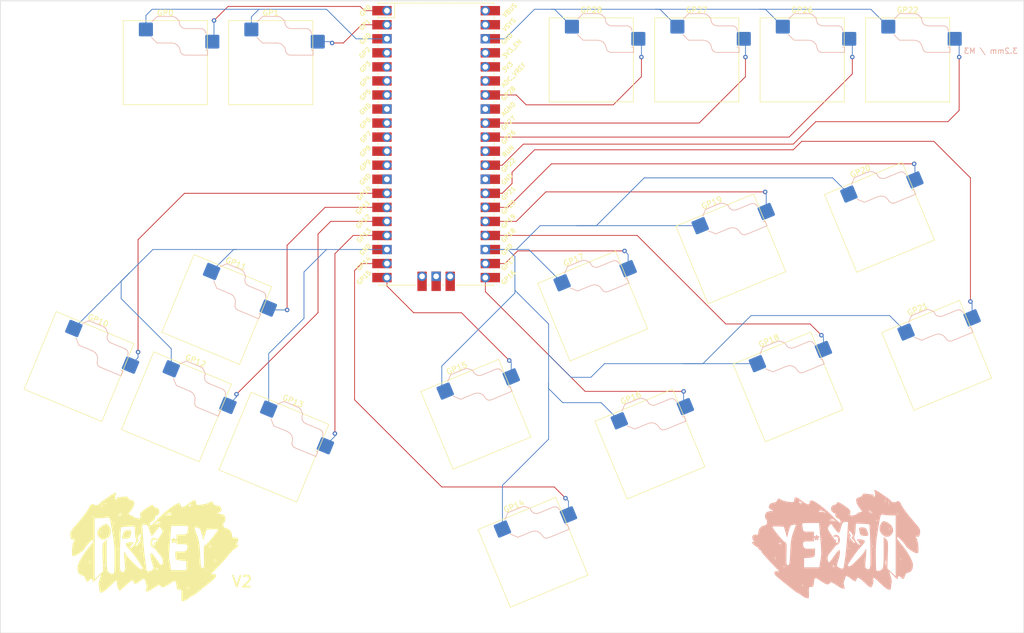
<source format=kicad_pcb>
(kicad_pcb (version 20221018) (generator pcbnew)
  (layers (0 "F.Cu" signal) (31 "B.Cu" signal) (34 "B.Paste" user) (35 "F.Paste" user) (36 "B.SilkS" user "B.Silkscreen") (37 "F.SilkS" user "F.Silkscreen") (38 "B.Mask" user) (39 "F.Mask" user) (44 "Edge.Cuts" user))
  (net 0 "")
  (footprint "PCM_Switch_Keyboard_Hotswap_Kailh:SW_Hotswap_Kailh_Choc_V1V2_1.00u" (layer "F.Cu") (at 112.864 37.592)
    (fp_text reference "GP1")
    (fp_text value "SW_Hotswap_Kailh_Choc_V1V2_1.00u" hide)
  )
  (footprint "PCM_Switch_Keyboard_Hotswap_Kailh:SW_Hotswap_Kailh_Choc_V1V2_1.00u" (layer "F.Cu") (at 113.432449 107.113265 -22.5)
    (fp_text reference "GP13")
    (fp_text value "SW_Hotswap_Kailh_Choc_V1V2_1.00u" hide)
  )
  (footprint "PCM_Switch_Keyboard_Hotswap_Kailh:SW_Hotswap_Kailh_Choc_V1V2_1.00u" (layer "F.Cu") (at 149.917386 101.168767 22.5)
    (fp_text reference "GP15")
    (fp_text value "SW_Hotswap_Kailh_Choc_V1V2_1.00u" hide)
  )
  (footprint "PCM_Switch_Keyboard_Hotswap_Kailh:SW_Hotswap_Kailh_Choc_V1V2_1.00u" (layer "F.Cu") (at 206.312499 96.209814 22.5)
    (fp_text reference "GP18")
    (fp_text value "SW_Hotswap_Kailh_Choc_V1V2_1.00u" hide)
  )
  (footprint "PCM_Switch_Keyboard_Hotswap_Kailh:SW_Hotswap_Kailh_Choc_V1V2_1.00u" (layer "F.Cu") (at 170.776 37.084)
    (fp_text reference "GP28")
    (fp_text value "SW_Hotswap_Kailh_Choc_V1V2_1.00u" hide)
  )
  (footprint "PCM_Switch_Keyboard_Hotswap_Kailh:SW_Hotswap_Kailh_Choc_V1V2_1.00u" (layer "F.Cu") (at 227.926 37.084)
    (fp_text reference "GP22")
    (fp_text value "SW_Hotswap_Kailh_Choc_V1V2_1.00u" hide)
  )
  (footprint "MountingHole:MountingHole_3.2mm_M3" (layer "F.Cu") (at 68.58 134.62)
    (fp_text reference "REF**" hide)
    (fp_text value "MountingHole_3.2mm_M3" hide)
  )
  (footprint "LOGO" (layer "F.Cu") (at 93.472 124.46)
    (fp_text reference "G***")
    (fp_text value "LOGO" hide)
  )
  (footprint "PCM_Switch_Keyboard_Hotswap_Kailh:SW_Hotswap_Kailh_Choc_V1V2_1.00u" (layer "F.Cu") (at 171.035299 81.597519 22.5)
    (fp_text reference "GP17")
    (fp_text value "SW_Hotswap_Kailh_Choc_V1V2_1.00u" hide)
  )
  (footprint "MountingHole:MountingHole_3.2mm_M3" (layer "F.Cu") (at 244.348 30.48)
    (fp_text reference "REF**" hide)
    (fp_text value "MountingHole_3.2mm_M3" hide)
  )
  (footprint "MountingHole:MountingHole_3.2mm_M3" (layer "F.Cu") (at 244.348 134.62)
    (fp_text reference "REF**" hide)
    (fp_text value "MountingHole_3.2mm_M3" hide)
  )
  (footprint "PCM_Switch_Keyboard_Hotswap_Kailh:SW_Hotswap_Kailh_Choc_V1V2_1.00u" (layer "F.Cu") (at 95.832544 99.823145 -22.5)
    (fp_text reference "GP12")
    (fp_text value "SW_Hotswap_Kailh_Choc_V1V2_1.00u" hide)
  )
  (footprint "PCM_Switch_Keyboard_Hotswap_Kailh:SW_Hotswap_Kailh_Choc_V1V2_1.00u" (layer "F.Cu") (at 189.826 37.084)
    (fp_text reference "GP27")
    (fp_text value "SW_Hotswap_Kailh_Choc_V1V2_1.00u" hide)
  )
  (footprint "PCM_Switch_Keyboard_Hotswap_Kailh:SW_Hotswap_Kailh_Choc_V1V2_1.00u" (layer "F.Cu") (at 233.170663 90.496759 22.5)
    (fp_text reference "GP21")
    (fp_text value "SW_Hotswap_Kailh_Choc_V1V2_1.00u" hide)
  )
  (footprint "PCM_Switch_Keyboard_Hotswap_Kailh:SW_Hotswap_Kailh_Choc_V1V2_1.00u" (layer "F.Cu") (at 78.232639 92.533026 -22.5)
    (fp_text reference "GP10")
    (fp_text value "SW_Hotswap_Kailh_Choc_V1V2_1.00u" hide)
  )
  (footprint "PCM_Switch_Keyboard_Hotswap_Kailh:SW_Hotswap_Kailh_Choc_V1V2_1.00u" (layer "F.Cu") (at 208.876 37.084)
    (fp_text reference "GP26")
    (fp_text value "SW_Hotswap_Kailh_Choc_V1V2_1.00u" hide)
  )
  (footprint "PCM_Switch_Keyboard_Hotswap_Kailh:SW_Hotswap_Kailh_Choc_V1V2_1.00u" (layer "F.Cu") (at 103.122663 82.223241 -22.5)
    (fp_text reference "GP11")
    (fp_text value "SW_Hotswap_Kailh_Choc_V1V2_1.00u" hide)
  )
  (footprint "MountingHole:MountingHole_3.2mm_M3" (layer "F.Cu") (at 68.58 30.48)
    (fp_text reference "REF**" hide)
    (fp_text value "MountingHole_3.2mm_M3" hide)
  )
  (footprint "PCM_Switch_Keyboard_Hotswap_Kailh:SW_Hotswap_Kailh_Choc_V1V2_1.00u" (layer "F.Cu") (at 181.367751 106.542267 22.5)
    (fp_text reference "GP16")
    (fp_text value "SW_Hotswap_Kailh_Choc_V1V2_1.00u" hide)
  )
  (footprint "MCU_RaspberryPi_and_Boards:RPi_Pico_SMD_TH" (layer "F.Cu") (at 142.748 52.324)
    (fp_text reference "REF**" hide)
    (fp_text value "RPi_Pico_SMD_TH" hide)
  )
  (footprint "PCM_Switch_Keyboard_Hotswap_Kailh:SW_Hotswap_Kailh_Choc_V1V2_1.00u" (layer "F.Cu") (at 93.814 37.592)
    (fp_text reference "GP0")
    (fp_text value "SW_Hotswap_Kailh_Choc_V1V2_1.00u" hide)
  )
  (footprint "PCM_Switch_Keyboard_Hotswap_Kailh:SW_Hotswap_Kailh_Choc_V1V2_1.00u" (layer "F.Cu") (at 160.249838 126.113515 22.5)
    (fp_text reference "GP14")
    (fp_text value "SW_Hotswap_Kailh_Choc_V1V2_1.00u" hide)
  )
  (footprint "PCM_Switch_Keyboard_Hotswap_Kailh:SW_Hotswap_Kailh_Choc_V1V2_1.00u" (layer "F.Cu") (at 222.83821 65.552011 22.5)
    (fp_text reference "GP20")
    (fp_text value "SW_Hotswap_Kailh_Choc_V1V2_1.00u" hide)
  )
  (footprint "PCM_Switch_Keyboard_Hotswap_Kailh:SW_Hotswap_Kailh_Choc_V1V2_1.00u" (layer "F.Cu") (at 195.980046 71.265066 22.5)
    (fp_text reference "GP19")
    (fp_text value "SW_Hotswap_Kailh_Choc_V1V2_1.00u" hide)
  )
  (footprint "LOGO" (layer "B.Cu") (at 213.36 123.952 180)
    (fp_text reference "G***")
    (fp_text value "LOGO" hide)
  )
  (gr_rect (start 64.008 26.416) (end 248.92 140.716) (stroke (width 0.1)) (fill none) (layer "Edge.Cuts"))
  (gr_text "3.2mm / M3" (at 247.904 36.068) (layer "B.SilkS") (effects (font (size 1 1)) (justify left bottom mirror)))
  (gr_text "V2" (at 105.664 132.588) (layer "F.SilkS") (effects (font (size 2 2) (thickness 0.3)) (justify left bottom)))
  (segment (start 124.46 104.648) (end 124.46 72.136) (width 0.14) (layer "F.Cu") (net 0))
  (segment (start 129.032 27.432) (end 129.794 28.194) (width 0.14) (layer "F.Cu") (net 0))
  (segment (start 237.236 46.228) (end 237.236 36.576) (width 0.14) (layer "F.Cu") (net 0))
  (segment (start 207.264 53.34) (end 160.528 53.34) (width 0.14) (layer "F.Cu") (net 0))
  (segment (start 102.616 29.972) (end 105.156 27.432) (width 0.14) (layer "F.Cu") (net 0))
  (segment (start 128.016 98.552) (end 128.016 75.184) (width 0.14) (layer "F.Cu") (net 0))
  (segment (start 121.412 82.804) (end 121.412 68.58) (width 0.14) (layer "F.Cu") (net 0))
  (segment (start 115.824 82.296) (end 115.824 70.612) (width 0.14) (layer "F.Cu") (net 0))
  (segment (start 157.48 71.628) (end 155.194 73.914) (width 0.14) (layer "F.Cu") (net 0))
  (segment (start 105.156 27.432) (end 129.032 27.432) (width 0.14) (layer "F.Cu") (net 0))
  (segment (start 97.282 61.214) (end 133.858 61.214) (width 0.14) (layer "F.Cu") (net 0))
  (segment (start 155.956 91.44) (end 147.32 82.804) (width 0.14) (layer "F.Cu") (net 0))
  (segment (start 138.684 82.804) (end 133.858 77.978) (width 0.14) (layer "F.Cu") (net 0))
  (segment (start 207.264 52.324) (end 211.328 48.26) (width 0.14) (layer "F.Cu") (net 0))
  (segment (start 157.226 43.434) (end 151.638 43.434) (width 0.14) (layer "F.Cu") (net 0))
  (segment (start 121.412 68.58) (end 123.698 66.294) (width 0.14) (layer "F.Cu") (net 0))
  (segment (start 160.528 53.34) (end 156.464 57.404) (width 0.14) (layer "F.Cu") (net 0))
  (segment (start 155.702 63.754) (end 151.638 63.754) (width 0.14) (layer "F.Cu") (net 0))
  (segment (start 143.764 114.3) (end 128.016 98.552) (width 0.14) (layer "F.Cu") (net 0))
  (segment (start 88.9 89.916) (end 88.9 69.596) (width 0.14) (layer "F.Cu") (net 0))
  (segment (start 179.07 68.834) (end 195.072 84.836) (width 0.14) (layer "F.Cu") (net 0))
  (segment (start 106.68 97.536) (end 121.412 82.804) (width 0.14) (layer "F.Cu") (net 0))
  (segment (start 187.452 97.028) (end 169.672 97.028) (width 0.14) (layer "F.Cu") (net 0))
  (segment (start 157.226 66.294) (end 151.638 66.294) (width 0.14) (layer "F.Cu") (net 0))
  (segment (start 122.682 63.754) (end 133.858 63.754) (width 0.14) (layer "F.Cu") (net 0))
  (segment (start 163.576 55.88) (end 155.702 63.754) (width 0.14) (layer "F.Cu") (net 0))
  (segment (start 176.784 71.628) (end 157.48 71.628) (width 0.14) (layer "F.Cu") (net 0))
  (segment (start 232.664 51.816) (end 208.788 51.816) (width 0.14) (layer "F.Cu") (net 0))
  (segment (start 129.286 30.734) (end 133.858 30.734) (width 0.14) (layer "F.Cu") (net 0))
  (segment (start 151.638 51.054) (end 206.502 51.054) (width 0.14) (layer "F.Cu") (net 0))
  (segment (start 217.932 39.624) (end 217.932 36.576) (width 0.14) (layer "F.Cu") (net 0))
  (segment (start 202.184 60.96) (end 162.56 60.96) (width 0.14) (layer "F.Cu") (net 0))
  (segment (start 127.762 68.834) (end 133.858 68.834) (width 0.14) (layer "F.Cu") (net 0))
  (segment (start 166.116 116.332) (end 164.084 114.3) (width 0.14) (layer "F.Cu") (net 0))
  (segment (start 151.638 48.514) (end 190.246 48.514) (width 0.14) (layer "F.Cu") (net 0))
  (segment (start 124.46 72.136) (end 127.762 68.834) (width 0.14) (layer "F.Cu") (net 0))
  (segment (start 229.108 55.88) (end 163.576 55.88) (width 0.14) (layer "F.Cu") (net 0))
  (segment (start 239.268 80.772) (end 239.268 58.42) (width 0.14) (layer "F.Cu") (net 0))
  (segment (start 190.246 48.514) (end 198.628 40.132) (width 0.14) (layer "F.Cu") (net 0))
  (segment (start 210.312 84.836) (end 212.344 86.868) (width 0.14) (layer "F.Cu") (net 0))
  (segment (start 125.984 34.036) (end 129.286 30.734) (width 0.14) (layer "F.Cu") (net 0))
  (segment (start 179.832 36.576) (end 179.832 40.132) (width 0.14) (layer "F.Cu") (net 0))
  (segment (start 133.858 77.978) (end 133.858 76.454) (width 0.14) (layer "F.Cu") (net 0))
  (segment (start 158.496 52.324) (end 207.264 52.324) (width 0.14) (layer "F.Cu") (net 0))
  (segment (start 155.194 73.914) (end 151.638 73.914) (width 0.14) (layer "F.Cu") (net 0))
  (segment (start 151.638 78.994) (end 151.638 76.454) (width 0.14) (layer "F.Cu") (net 0))
  (segment (start 195.072 84.836) (end 210.312 84.836) (width 0.14) (layer "F.Cu") (net 0))
  (segment (start 179.832 40.132) (end 174.752 45.212) (width 0.14) (layer "F.Cu") (net 0))
  (segment (start 151.638 56.134) (end 154.686 56.134) (width 0.14) (layer "F.Cu") (net 0))
  (segment (start 174.752 45.212) (end 159.004 45.212) (width 0.14) (layer "F.Cu") (net 0))
  (segment (start 156.464 57.404) (end 156.464 59.436) (width 0.14) (layer "F.Cu") (net 0))
  (segment (start 115.824 70.612) (end 122.682 63.754) (width 0.14) (layer "F.Cu") (net 0))
  (segment (start 154.686 56.134) (end 158.496 52.324) (width 0.14) (layer "F.Cu") (net 0))
  (segment (start 128.016 75.184) (end 129.286 73.914) (width 0.14) (layer "F.Cu") (net 0))
  (segment (start 156.464 59.436) (end 154.686 61.214) (width 0.14) (layer "F.Cu") (net 0))
  (segment (start 147.32 82.804) (end 138.684 82.804) (width 0.14) (layer "F.Cu") (net 0))
  (segment (start 162.56 60.96) (end 157.226 66.294) (width 0.14) (layer "F.Cu") (net 0))
  (segment (start 88.9 69.596) (end 97.282 61.214) (width 0.14) (layer "F.Cu") (net 0))
  (segment (start 211.328 48.26) (end 235.204 48.26) (width 0.14) (layer "F.Cu") (net 0))
  (segment (start 198.628 40.132) (end 198.628 36.576) (width 0.14) (layer "F.Cu") (net 0))
  (segment (start 239.268 58.42) (end 232.664 51.816) (width 0.14) (layer "F.Cu") (net 0))
  (segment (start 129.286 73.914) (end 133.858 73.914) (width 0.14) (layer "F.Cu") (net 0))
  (segment (start 208.788 51.816) (end 207.264 53.34) (width 0.14) (layer "F.Cu") (net 0))
  (segment (start 151.638 68.834) (end 179.07 68.834) (width 0.14) (layer "F.Cu") (net 0))
  (segment (start 235.204 48.26) (end 237.236 46.228) (width 0.14) (layer "F.Cu") (net 0))
  (segment (start 164.084 114.3) (end 143.764 114.3) (width 0.14) (layer "F.Cu") (net 0))
  (segment (start 123.952 34.036) (end 125.984 34.036) (width 0.14) (layer "F.Cu") (net 0))
  (segment (start 123.698 66.294) (end 133.858 66.294) (width 0.14) (layer "F.Cu") (net 0))
  (segment (start 129.794 28.194) (end 133.858 28.194) (width 0.14) (layer "F.Cu") (net 0))
  (segment (start 159.004 45.212) (end 157.226 43.434) (width 0.14) (layer "F.Cu") (net 0))
  (segment (start 206.502 51.054) (end 217.932 39.624) (width 0.14) (layer "F.Cu") (net 0))
  (segment (start 154.686 61.214) (end 151.638 61.214) (width 0.14) (layer "F.Cu") (net 0))
  (segment (start 169.672 97.028) (end 151.638 78.994) (width 0.14) (layer "F.Cu") (net 0))
  (via (at 237.236 36.576) (size 0.8) (drill 0.4) (layers "F.Cu" "B.Cu") (net 0))
  (via (at 212.344 86.868) (size 0.8) (drill 0.4) (layers "F.Cu" "B.Cu") (net 0))
  (via (at 198.628 36.576) (size 0.8) (drill 0.4) (layers "F.Cu" "B.Cu") (net 0))
  (via (at 88.9 89.916) (size 0.8) (drill 0.4) (layers "F.Cu" "B.Cu") (net 0))
  (via (at 155.956 91.44) (size 0.8) (drill 0.4) (layers "F.Cu" "B.Cu") (net 0))
  (via (at 124.46 104.648) (size 0.8) (drill 0.4) (layers "F.Cu" "B.Cu") (net 0))
  (via (at 187.452 97.028) (size 0.8) (drill 0.4) (layers "F.Cu" "B.Cu") (net 0))
  (via (at 176.784 71.628) (size 0.8) (drill 0.4) (layers "F.Cu" "B.Cu") (net 0))
  (via (at 179.832 36.576) (size 0.8) (drill 0.4) (layers "F.Cu" "B.Cu") (net 0))
  (via (at 229.108 55.88) (size 0.8) (drill 0.4) (layers "F.Cu" "B.Cu") (net 0))
  (via (at 166.116 116.332) (size 0.8) (drill 0.4) (layers "F.Cu" "B.Cu") (net 0))
  (via (at 115.824 82.296) (size 0.8) (drill 0.4) (layers "F.Cu" "B.Cu") (net 0))
  (via (at 123.952 34.036) (size 0.8) (drill 0.4) (layers "F.Cu" "B.Cu") (net 0))
  (via (at 106.68 97.536) (size 0.8) (drill 0.4) (layers "F.Cu" "B.Cu") (net 0))
  (via (at 102.616 29.972) (size 0.8) (drill 0.4) (layers "F.Cu" "B.Cu") (net 0))
  (via (at 239.268 80.772) (size 0.8) (drill 0.4) (layers "F.Cu" "B.Cu") (net 0))
  (via (at 217.932 36.576) (size 0.8) (drill 0.4) (layers "F.Cu" "B.Cu") (net 0))
  (via (at 202.184 60.96) (size 0.8) (drill 0.4) (layers "F.Cu" "B.Cu") (net 0))
  (segment (start 205.376 31.084) (end 202.232 27.94) (width 0.14) (layer "B.Cu") (net 0))
  (segment (start 202.378825 61.154825) (end 202.184 60.96) (width 0.14) (layer "B.Cu") (net 0))
  (segment (start 167.132 94.488) (end 163.068 90.424) (width 0.14) (layer "B.Cu") (net 0))
  (segment (start 229.236989 56.008989) (end 229.108 55.88) (width 0.14) (layer "B.Cu") (net 0))
  (segment (start 85.852 77.093518) (end 87.314759 75.630759) (width 0.14) (layer "B.Cu") (net 0))
  (segment (start 112.429836 81.965308) (end 112.760528 82.296) (width 0.14) (layer "B.Cu") (net 0))
  (segment (start 105.139717 99.565212) (end 106.68 98.024929) (width 0.14) (layer "B.Cu") (net 0))
  (segment (start 163.068 105.664) (end 163.068 95.504) (width 0.14) (layer "B.Cu") (net 0))
  (segment (start 143.764 96.341175) (end 143.764 92.456) (width 0.14) (layer "B.Cu") (net 0))
  (segment (start 236.426 33.284) (end 237.236 34.094) (width 0.14) (layer "B.Cu") (net 0))
  (segment (start 177.434078 72.278078) (end 176.784 71.628) (width 0.14) (layer "B.Cu") (net 0))
  (segment (start 112.760528 82.296) (end 115.824 82.296) (width 0.14) (layer "B.Cu") (net 0))
  (segment (start 163.068 84.836) (end 156.972 78.74) (width 0.14) (layer "B.Cu") (net 0))
  (segment (start 200.78282 92.005929) (end 187.452 92.005929) (width 0.14) (layer "B.Cu") (net 0))
  (segment (start 224.66011 83.312) (end 199.644 83.312) (width 0.14) (layer "B.Cu") (net 0))
  (segment (start 106.151757 71.374) (end 106.68 71.374) (width 0.14) (layer "B.Cu") (net 0))
  (segment (start 156.464 71.374) (end 151.638 71.374) (width 0.14) (layer "B.Cu") (net 0))
  (segment (start 102.616 29.972) (end 102.616 33.49) (width 0.14) (layer "B.Cu") (net 0))
  (segment (start 94.895066 92.940476) (end 94.895066 89.307066) (width 0.14) (layer "B.Cu") (net 0))
  (segment (start 161.544 67.056) (end 157.226 71.374) (width 0.14) (layer "B.Cu") (net 0))
  (segment (start 143.764 92.456) (end 156.972 79.248) (width 0.14) (layer "B.Cu") (net 0))
  (segment (start 239.569442 83.733208) (end 239.569442 81.073442) (width 0.14) (layer "B.Cu") (net 0))
  (segment (start 90.314 31.592) (end 90.314 29.066) (width 0.14) (layer "B.Cu") (net 0))
  (segment (start 159.485986 71.374) (end 156.464 71.374) (width 0.14) (layer "B.Cu") (net 0))
  (segment (start 198.326 33.284) (end 198.628 33.586) (width 0.14) (layer "B.Cu") (net 0))
  (segment (start 198.628 33.586) (end 198.628 36.576) (width 0.14) (layer "B.Cu") (net 0))
  (segment (start 109.364 31.592) (end 109.364 29.32) (width 0.14) (layer "B.Cu") (net 0))
  (segment (start 106.68 98.024929) (end 106.68 97.536) (width 0.14) (layer "B.Cu") (net 0))
  (segment (start 87.539812 92.275093) (end 88.9 90.914905) (width 0.14) (layer "B.Cu") (net 0))
  (segment (start 179.276 33.284) (end 179.832 33.84) (width 0.14) (layer "B.Cu") (net 0))
  (segment (start 123.708 33.792) (end 123.952 34.036) (width 0.14) (layer "B.Cu") (net 0))
  (segment (start 155.702 71.374) (end 151.638 71.374) (width 0.14) (layer "B.Cu") (net 0))
  (segment (start 202.232 27.94) (end 201.168 27.94) (width 0.14) (layer "B.Cu") (net 0))
  (segment (start 106.68 71.374) (end 91.571518 71.374) (width 0.14) (layer "B.Cu") (net 0))
  (segment (start 187.452 92.005929) (end 173.170071 92.005929) (width 0.14) (layer "B.Cu") (net 0))
  (segment (start 166.648617 116.864617) (end 166.116 116.332) (width 0.14) (layer "B.Cu") (net 0))
  (segment (start 171.704 67.056) (end 168.148 67.056) (width 0.14) (layer "B.Cu") (net 0))
  (segment (start 227.640984 86.292874) (end 224.66011 83.312) (width 0.14) (layer "B.Cu") (net 0))
  (segment (start 202.378825 64.501515) (end 202.378825 61.154825) (width 0.14) (layer "B.Cu") (net 0))
  (segment (start 118.872 83.82) (end 118.872 75.438) (width 0.14) (layer "B.Cu") (net 0))
  (segment (start 201.168 27.94) (end 182.372 27.94) (width 0.14) (layer "B.Cu") (net 0))
  (segment (start 166.648617 119.349964) (end 166.648617 116.864617) (width 0.14) (layer "B.Cu") (net 0))
  (segment (start 156.316165 91.800165) (end 155.956 91.44) (width 0.14) (layer "B.Cu") (net 0))
  (segment (start 88.9 90.914905) (end 88.9 89.916) (width 0.14) (layer "B.Cu") (net 0))
  (segment (start 214.380405 58.42) (end 180.34 58.42) (width 0.14) (layer "B.Cu") (net 0))
  (segment (start 156.972 79.248) (end 156.972 78.74) (width 0.14) (layer "B.Cu") (net 0))
  (segment (start 179.832 33.84) (end 179.832 36.576) (width 0.14) (layer "B.Cu") (net 0))
  (segment (start 106.68 71.374) (end 122.936 71.374) (width 0.14) (layer "B.Cu") (net 0))
  (segment (start 122.936 27.94) (end 128.27 33.274) (width 0.14) (layer "B.Cu") (net 0))
  (segment (start 112.494971 100.230596) (end 112.494971 90.197029) (width 0.14) (layer "B.Cu") (net 0))
  (segment (start 157.226 71.374) (end 156.464 71.374) (width 0.14) (layer "B.Cu") (net 0))
  (segment (start 124.46 105.134954) (end 124.46 104.648) (width 0.14) (layer "B.Cu") (net 0))
  (segment (start 217.308531 61.348126) (end 214.380405 58.42) (width 0.14) (layer "B.Cu") (net 0))
  (segment (start 170.688 94.488) (end 167.132 94.488) (width 0.14) (layer "B.Cu") (net 0))
  (segment (start 239.569442 81.073442) (end 239.268 80.772) (width 0.14) (layer "B.Cu") (net 0))
  (segment (start 183.182 27.94) (end 182.372 27.94) (width 0.14) (layer "B.Cu") (net 0))
  (segment (start 144.387707 96.964882) (end 143.764 96.341175) (width 0.14) (layer "B.Cu") (net 0))
  (segment (start 112.494971 90.197029) (end 118.872 83.82) (width 0.14) (layer "B.Cu") (net 0))
  (segment (start 90.314 29.066) (end 91.44 27.94) (width 0.14) (layer "B.Cu") (net 0))
  (segment (start 163.068 90.424) (end 163.068 84.836) (width 0.14) (layer "B.Cu") (net 0))
  (segment (start 173.170071 92.005929) (end 170.688 94.488) (width 0.14) (layer "B.Cu") (net 0))
  (segment (start 175.838072 102.338382) (end 172.55969 99.06) (width 0.14) (layer "B.Cu") (net 0))
  (segment (start 102.616 33.49) (end 102.314 33.792) (width 0.14) (layer "B.Cu") (net 0))
  (segment (start 190.950071 92.005929) (end 187.452 92.005929) (width 0.14) (layer "B.Cu") (net 0))
  (segment (start 167.276 31.084) (end 164.132 27.94) (width 0.14) (layer "B.Cu") (net 0))
  (segment (start 165.50562 77.393634) (end 159.485986 71.374) (width 0.14) (layer "B.Cu") (net 0))
  (segment (start 177.434078 74.833968) (end 177.434078 72.278078) (width 0.14) (layer "B.Cu") (net 0))
  (segment (start 172.55969 99.06) (end 165.608 99.06) (width 0.14) (layer "B.Cu") (net 0))
  (segment (start 199.644 83.312) (end 190.950071 92.005929) (width 0.14) (layer "B.Cu") (net 0))
  (segment (start 221.282 27.94) (end 201.168 27.94) (width 0.14) (layer "B.Cu") (net 0))
  (segment (start 186.326 31.084) (end 183.182 27.94) (width 0.14) (layer "B.Cu") (net 0))
  (segment (start 121.364 33.792) (end 123.708 33.792) (width 0.14) (layer "B.Cu") (net 0))
  (segment (start 122.936 71.374) (end 133.858 71.374) (width 0.14) (layer "B.Cu") (net 0))
  (segment (start 118.872 75.438) (end 122.936 71.374) (width 0.14) (layer "B.Cu") (net 0))
  (segment (start 187.76653 99.778716) (end 187.452 99.464186) (width 0.14) (layer "B.Cu") (net 0))
  (segment (start 217.932 33.84) (end 217.932 36.576) (width 0.14) (layer "B.Cu") (net 0))
  (segment (start 190.445186 67.056) (end 168.148 67.056) (width 0.14) (layer "B.Cu") (net 0))
  (segment (start 91.571518 71.374) (end 87.314759 75.630759) (width 0.14) (layer "B.Cu") (net 0))
  (segment (start 182.372 27.94) (end 163.576 27.94) (width 0.14) (layer "B.Cu") (net 0))
  (segment (start 102.185185 75.340572) (end 106.151757 71.374) (width 0.14) (layer "B.Cu") (net 0))
  (segment (start 155.194 33.274) (end 151.638 33.274) (width 0.14) (layer "B.Cu") (net 0))
  (segment (start 94.895066 89.307066) (end 85.852 80.264) (width 0.14) (layer "B.Cu") (net 0))
  (segment (start 163.068 96.52) (end 163.068 95.504) (width 0.14) (layer "B.Cu") (net 0))
  (segment (start 160.528 27.94) (end 155.194 33.274) (width 0.14) (layer "B.Cu") (net 0))
  (segment (start 109.364 29.32) (end 110.744 27.94) (width 0.14) (layer "B.Cu") (net 0))
  (segment (start 164.132 27.94) (end 163.576 27.94) (width 0.14) (layer "B.Cu") (net 0))
  (segment (start 217.376 33.284) (end 217.932 33.84) (width 0.14) (layer "B.Cu") (net 0))
  (segment (start 190.450367 67.061181) (end 190.445186 67.056) (width 0.14) (layer "B.Cu") (net 0))
  (segment (start 165.608 99.06) (end 163.068 96.52) (width 0.14) (layer "B.Cu") (net 0))
  (segment (start 156.972 72.644) (end 155.702 71.374) (width 0.14) (layer "B.Cu") (net 0))
  (segment (start 163.576 27.94) (end 160.528 27.94) (width 0.14) (layer "B.Cu") (net 0))
  (segment (start 237.236 34.094) (end 237.236 36.576) (width 0.14) (layer "B.Cu") (net 0))
  (segment (start 85.852 80.264) (end 85.852 77.093518) (width 0.14) (layer "B.Cu") (net 0))
  (segment (start 187.452 99.464186) (end 187.452 97.028) (width 0.14) (layer "B.Cu") (net 0))
  (segment (start 154.720159 114.011841) (end 163.068 105.664) (width 0.14) (layer "B.Cu") (net 0))
  (segment (start 156.316165 94.405216) (end 156.316165 91.800165) (width 0.14) (layer "B.Cu") (net 0))
  (segment (start 156.972 78.74) (end 156.972 72.644) (width 0.14) (layer "B.Cu") (net 0))
  (segment (start 180.34 58.42) (end 171.704 67.056) (width 0.14) (layer "B.Cu") (net 0))
  (segment (start 110.744 27.94) (end 122.936 27.94) (width 0.14) (layer "B.Cu") (net 0))
  (segment (start 224.426 31.084) (end 221.282 27.94) (width 0.14) (layer "B.Cu") (net 0))
  (segment (start 229.236989 58.78846) (end 229.236989 56.008989) (width 0.14) (layer "B.Cu") (net 0))
  (segment (start 168.148 67.056) (end 161.544 67.056) (width 0.14) (layer "B.Cu") (net 0))
  (segment (start 154.720159 121.90963) (end 154.720159 114.011841) (width 0.14) (layer "B.Cu") (net 0))
  (segment (start 122.739622 106.855332) (end 124.46 105.134954) (width 0.14) (layer "B.Cu") (net 0))
  (segment (start 91.44 27.94) (end 110.744 27.94) (width 0.14) (layer "B.Cu") (net 0))
  (segment (start 212.711278 87.235278) (end 212.344 86.868) (width 0.14) (layer "B.Cu") (net 0))
  (segment (start 87.314759 75.630759) (end 77.295161 85.650357) (width 0.14) (layer "B.Cu") (net 0))
  (segment (start 163.068 95.504) (end 163.068 90.424) (width 0.14) (layer "B.Cu") (net 0))
  (segment (start 212.711278 89.446263) (end 212.711278 87.235278) (width 0.14) (layer "B.Cu") (net 0))
  (segment (start 128.27 33.274) (end 133.858 33.274) (width 0.14) (layer "B.Cu") (net 0))
)
</source>
